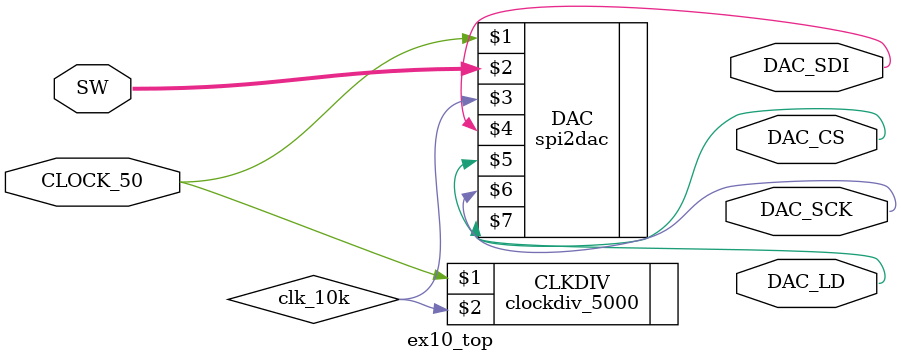
<source format=v>
module ex10_top(SW, CLOCK_50, DAC_CS, DAC_SDI, DAC_LD, DAC_SCK);

input [9:0] SW;
input CLOCK_50;

output DAC_CS;
output DAC_SDI;
output DAC_LD;
output DAC_SCK;

wire clk_10k;

clockdiv_5000 CLKDIV (CLOCK_50, clk_10k);

spi2dac DAC (CLOCK_50, SW, clk_10k, DAC_SDI, DAC_CS, DAC_SCK, DAC_LD);

endmodule

</source>
